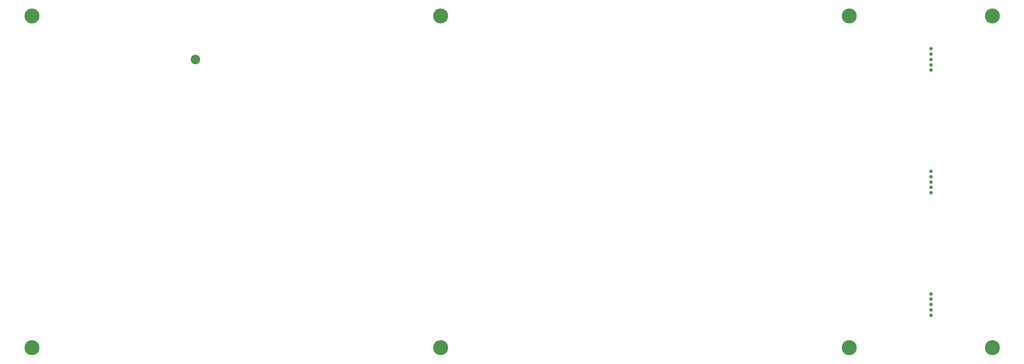
<source format=gbr>
G04 #@! TF.GenerationSoftware,KiCad,Pcbnew,(5.1.10-1-10_14)*
G04 #@! TF.CreationDate,2021-08-22T11:17:11-05:00*
G04 #@! TF.ProjectId,ori_bottom_plate,6f72695f-626f-4747-946f-6d5f706c6174,rev?*
G04 #@! TF.SameCoordinates,Original*
G04 #@! TF.FileFunction,Soldermask,Bot*
G04 #@! TF.FilePolarity,Negative*
%FSLAX46Y46*%
G04 Gerber Fmt 4.6, Leading zero omitted, Abs format (unit mm)*
G04 Created by KiCad (PCBNEW (5.1.10-1-10_14)) date 2021-08-22 11:17:11*
%MOMM*%
%LPD*%
G01*
G04 APERTURE LIST*
%ADD10C,2.200000*%
%ADD11C,3.500000*%
%ADD12C,0.800000*%
G04 APERTURE END LIST*
D10*
X203623474Y-49993944D03*
D11*
X356023442Y-117264265D03*
X356023442Y-39873575D03*
X260773394Y-117264265D03*
X260773394Y-39873575D03*
X165523314Y-117264265D03*
X165523314Y-39873575D03*
X389360818Y-39873640D03*
D12*
X375048450Y-52493800D03*
X375048450Y-51243800D03*
X375048450Y-47493800D03*
X375048450Y-48743800D03*
X375048450Y-49993800D03*
X375048450Y-109656700D03*
X375048450Y-108406700D03*
X375048450Y-104656700D03*
X375048450Y-105906700D03*
X375048450Y-107156700D03*
X375048450Y-81081580D03*
X375048450Y-79831580D03*
X375048450Y-76081580D03*
X375048450Y-77331580D03*
X375048450Y-78581580D03*
D11*
X389360818Y-117264200D03*
M02*

</source>
